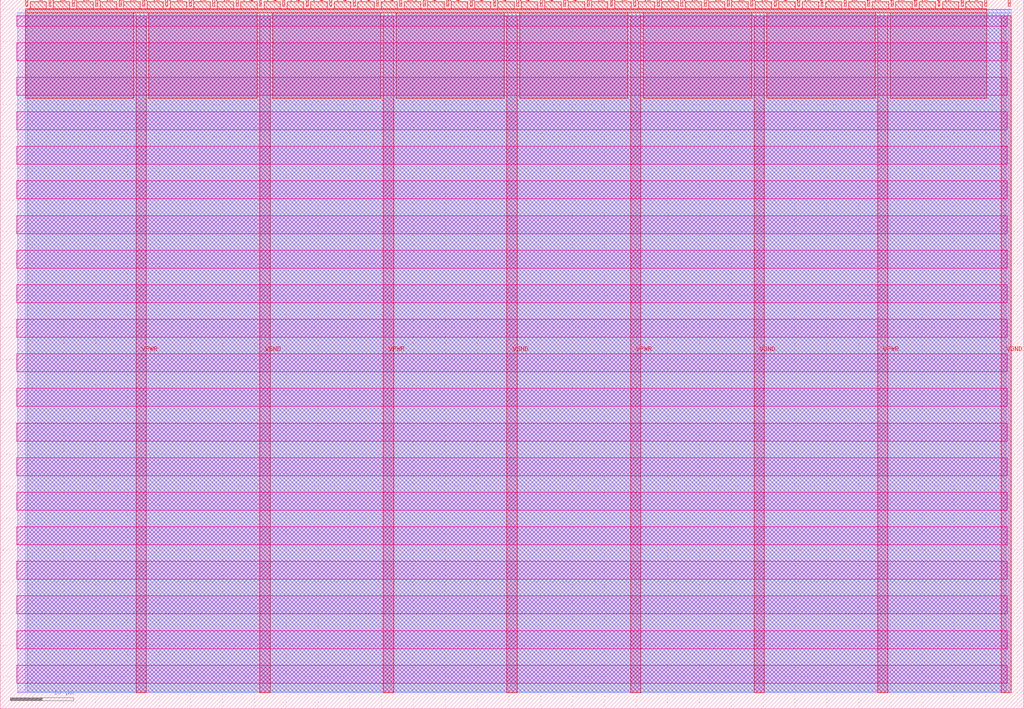
<source format=lef>
VERSION 5.7 ;
  NOWIREEXTENSIONATPIN ON ;
  DIVIDERCHAR "/" ;
  BUSBITCHARS "[]" ;
MACRO tt_um_wokwi_395179352683141121
  CLASS BLOCK ;
  FOREIGN tt_um_wokwi_395179352683141121 ;
  ORIGIN 0.000 0.000 ;
  SIZE 161.000 BY 111.520 ;
  PIN VGND
    DIRECTION INOUT ;
    USE GROUND ;
    PORT
      LAYER met4 ;
        RECT 40.830 2.480 42.430 109.040 ;
    END
    PORT
      LAYER met4 ;
        RECT 79.700 2.480 81.300 109.040 ;
    END
    PORT
      LAYER met4 ;
        RECT 118.570 2.480 120.170 109.040 ;
    END
    PORT
      LAYER met4 ;
        RECT 157.440 2.480 159.040 109.040 ;
    END
  END VGND
  PIN VPWR
    DIRECTION INOUT ;
    USE POWER ;
    PORT
      LAYER met4 ;
        RECT 21.395 2.480 22.995 109.040 ;
    END
    PORT
      LAYER met4 ;
        RECT 60.265 2.480 61.865 109.040 ;
    END
    PORT
      LAYER met4 ;
        RECT 99.135 2.480 100.735 109.040 ;
    END
    PORT
      LAYER met4 ;
        RECT 138.005 2.480 139.605 109.040 ;
    END
  END VPWR
  PIN clk
    DIRECTION INPUT ;
    USE SIGNAL ;
    ANTENNAGATEAREA 0.852000 ;
    PORT
      LAYER met4 ;
        RECT 154.870 110.520 155.170 111.520 ;
    END
  END clk
  PIN ena
    DIRECTION INPUT ;
    USE SIGNAL ;
    PORT
      LAYER met4 ;
        RECT 158.550 110.520 158.850 111.520 ;
    END
  END ena
  PIN rst_n
    DIRECTION INPUT ;
    USE SIGNAL ;
    ANTENNAGATEAREA 0.196500 ;
    PORT
      LAYER met4 ;
        RECT 151.190 110.520 151.490 111.520 ;
    END
  END rst_n
  PIN ui_in[0]
    DIRECTION INPUT ;
    USE SIGNAL ;
    ANTENNAGATEAREA 0.196500 ;
    PORT
      LAYER met4 ;
        RECT 147.510 110.520 147.810 111.520 ;
    END
  END ui_in[0]
  PIN ui_in[1]
    DIRECTION INPUT ;
    USE SIGNAL ;
    ANTENNAGATEAREA 0.196500 ;
    PORT
      LAYER met4 ;
        RECT 143.830 110.520 144.130 111.520 ;
    END
  END ui_in[1]
  PIN ui_in[2]
    DIRECTION INPUT ;
    USE SIGNAL ;
    ANTENNAGATEAREA 0.196500 ;
    PORT
      LAYER met4 ;
        RECT 140.150 110.520 140.450 111.520 ;
    END
  END ui_in[2]
  PIN ui_in[3]
    DIRECTION INPUT ;
    USE SIGNAL ;
    ANTENNAGATEAREA 0.196500 ;
    PORT
      LAYER met4 ;
        RECT 136.470 110.520 136.770 111.520 ;
    END
  END ui_in[3]
  PIN ui_in[4]
    DIRECTION INPUT ;
    USE SIGNAL ;
    ANTENNAGATEAREA 0.196500 ;
    PORT
      LAYER met4 ;
        RECT 132.790 110.520 133.090 111.520 ;
    END
  END ui_in[4]
  PIN ui_in[5]
    DIRECTION INPUT ;
    USE SIGNAL ;
    ANTENNAGATEAREA 0.196500 ;
    PORT
      LAYER met4 ;
        RECT 129.110 110.520 129.410 111.520 ;
    END
  END ui_in[5]
  PIN ui_in[6]
    DIRECTION INPUT ;
    USE SIGNAL ;
    PORT
      LAYER met4 ;
        RECT 125.430 110.520 125.730 111.520 ;
    END
  END ui_in[6]
  PIN ui_in[7]
    DIRECTION INPUT ;
    USE SIGNAL ;
    PORT
      LAYER met4 ;
        RECT 121.750 110.520 122.050 111.520 ;
    END
  END ui_in[7]
  PIN uio_in[0]
    DIRECTION INPUT ;
    USE SIGNAL ;
    PORT
      LAYER met4 ;
        RECT 118.070 110.520 118.370 111.520 ;
    END
  END uio_in[0]
  PIN uio_in[1]
    DIRECTION INPUT ;
    USE SIGNAL ;
    PORT
      LAYER met4 ;
        RECT 114.390 110.520 114.690 111.520 ;
    END
  END uio_in[1]
  PIN uio_in[2]
    DIRECTION INPUT ;
    USE SIGNAL ;
    PORT
      LAYER met4 ;
        RECT 110.710 110.520 111.010 111.520 ;
    END
  END uio_in[2]
  PIN uio_in[3]
    DIRECTION INPUT ;
    USE SIGNAL ;
    PORT
      LAYER met4 ;
        RECT 107.030 110.520 107.330 111.520 ;
    END
  END uio_in[3]
  PIN uio_in[4]
    DIRECTION INPUT ;
    USE SIGNAL ;
    PORT
      LAYER met4 ;
        RECT 103.350 110.520 103.650 111.520 ;
    END
  END uio_in[4]
  PIN uio_in[5]
    DIRECTION INPUT ;
    USE SIGNAL ;
    PORT
      LAYER met4 ;
        RECT 99.670 110.520 99.970 111.520 ;
    END
  END uio_in[5]
  PIN uio_in[6]
    DIRECTION INPUT ;
    USE SIGNAL ;
    PORT
      LAYER met4 ;
        RECT 95.990 110.520 96.290 111.520 ;
    END
  END uio_in[6]
  PIN uio_in[7]
    DIRECTION INPUT ;
    USE SIGNAL ;
    PORT
      LAYER met4 ;
        RECT 92.310 110.520 92.610 111.520 ;
    END
  END uio_in[7]
  PIN uio_oe[0]
    DIRECTION OUTPUT TRISTATE ;
    USE SIGNAL ;
    PORT
      LAYER met4 ;
        RECT 29.750 110.520 30.050 111.520 ;
    END
  END uio_oe[0]
  PIN uio_oe[1]
    DIRECTION OUTPUT TRISTATE ;
    USE SIGNAL ;
    PORT
      LAYER met4 ;
        RECT 26.070 110.520 26.370 111.520 ;
    END
  END uio_oe[1]
  PIN uio_oe[2]
    DIRECTION OUTPUT TRISTATE ;
    USE SIGNAL ;
    PORT
      LAYER met4 ;
        RECT 22.390 110.520 22.690 111.520 ;
    END
  END uio_oe[2]
  PIN uio_oe[3]
    DIRECTION OUTPUT TRISTATE ;
    USE SIGNAL ;
    PORT
      LAYER met4 ;
        RECT 18.710 110.520 19.010 111.520 ;
    END
  END uio_oe[3]
  PIN uio_oe[4]
    DIRECTION OUTPUT TRISTATE ;
    USE SIGNAL ;
    PORT
      LAYER met4 ;
        RECT 15.030 110.520 15.330 111.520 ;
    END
  END uio_oe[4]
  PIN uio_oe[5]
    DIRECTION OUTPUT TRISTATE ;
    USE SIGNAL ;
    PORT
      LAYER met4 ;
        RECT 11.350 110.520 11.650 111.520 ;
    END
  END uio_oe[5]
  PIN uio_oe[6]
    DIRECTION OUTPUT TRISTATE ;
    USE SIGNAL ;
    PORT
      LAYER met4 ;
        RECT 7.670 110.520 7.970 111.520 ;
    END
  END uio_oe[6]
  PIN uio_oe[7]
    DIRECTION OUTPUT TRISTATE ;
    USE SIGNAL ;
    PORT
      LAYER met4 ;
        RECT 3.990 110.520 4.290 111.520 ;
    END
  END uio_oe[7]
  PIN uio_out[0]
    DIRECTION OUTPUT TRISTATE ;
    USE SIGNAL ;
    PORT
      LAYER met4 ;
        RECT 59.190 110.520 59.490 111.520 ;
    END
  END uio_out[0]
  PIN uio_out[1]
    DIRECTION OUTPUT TRISTATE ;
    USE SIGNAL ;
    PORT
      LAYER met4 ;
        RECT 55.510 110.520 55.810 111.520 ;
    END
  END uio_out[1]
  PIN uio_out[2]
    DIRECTION OUTPUT TRISTATE ;
    USE SIGNAL ;
    PORT
      LAYER met4 ;
        RECT 51.830 110.520 52.130 111.520 ;
    END
  END uio_out[2]
  PIN uio_out[3]
    DIRECTION OUTPUT TRISTATE ;
    USE SIGNAL ;
    PORT
      LAYER met4 ;
        RECT 48.150 110.520 48.450 111.520 ;
    END
  END uio_out[3]
  PIN uio_out[4]
    DIRECTION OUTPUT TRISTATE ;
    USE SIGNAL ;
    PORT
      LAYER met4 ;
        RECT 44.470 110.520 44.770 111.520 ;
    END
  END uio_out[4]
  PIN uio_out[5]
    DIRECTION OUTPUT TRISTATE ;
    USE SIGNAL ;
    PORT
      LAYER met4 ;
        RECT 40.790 110.520 41.090 111.520 ;
    END
  END uio_out[5]
  PIN uio_out[6]
    DIRECTION OUTPUT TRISTATE ;
    USE SIGNAL ;
    PORT
      LAYER met4 ;
        RECT 37.110 110.520 37.410 111.520 ;
    END
  END uio_out[6]
  PIN uio_out[7]
    DIRECTION OUTPUT TRISTATE ;
    USE SIGNAL ;
    PORT
      LAYER met4 ;
        RECT 33.430 110.520 33.730 111.520 ;
    END
  END uio_out[7]
  PIN uo_out[0]
    DIRECTION OUTPUT TRISTATE ;
    USE SIGNAL ;
    ANTENNADIFFAREA 0.445500 ;
    PORT
      LAYER met4 ;
        RECT 88.630 110.520 88.930 111.520 ;
    END
  END uo_out[0]
  PIN uo_out[1]
    DIRECTION OUTPUT TRISTATE ;
    USE SIGNAL ;
    ANTENNADIFFAREA 0.445500 ;
    PORT
      LAYER met4 ;
        RECT 84.950 110.520 85.250 111.520 ;
    END
  END uo_out[1]
  PIN uo_out[2]
    DIRECTION OUTPUT TRISTATE ;
    USE SIGNAL ;
    ANTENNADIFFAREA 0.795200 ;
    PORT
      LAYER met4 ;
        RECT 81.270 110.520 81.570 111.520 ;
    END
  END uo_out[2]
  PIN uo_out[3]
    DIRECTION OUTPUT TRISTATE ;
    USE SIGNAL ;
    ANTENNADIFFAREA 0.445500 ;
    PORT
      LAYER met4 ;
        RECT 77.590 110.520 77.890 111.520 ;
    END
  END uo_out[3]
  PIN uo_out[4]
    DIRECTION OUTPUT TRISTATE ;
    USE SIGNAL ;
    ANTENNADIFFAREA 0.445500 ;
    PORT
      LAYER met4 ;
        RECT 73.910 110.520 74.210 111.520 ;
    END
  END uo_out[4]
  PIN uo_out[5]
    DIRECTION OUTPUT TRISTATE ;
    USE SIGNAL ;
    ANTENNADIFFAREA 0.795200 ;
    PORT
      LAYER met4 ;
        RECT 70.230 110.520 70.530 111.520 ;
    END
  END uo_out[5]
  PIN uo_out[6]
    DIRECTION OUTPUT TRISTATE ;
    USE SIGNAL ;
    PORT
      LAYER met4 ;
        RECT 66.550 110.520 66.850 111.520 ;
    END
  END uo_out[6]
  PIN uo_out[7]
    DIRECTION OUTPUT TRISTATE ;
    USE SIGNAL ;
    PORT
      LAYER met4 ;
        RECT 62.870 110.520 63.170 111.520 ;
    END
  END uo_out[7]
  OBS
      LAYER nwell ;
        RECT 2.570 107.385 158.430 108.990 ;
        RECT 2.570 101.945 158.430 104.775 ;
        RECT 2.570 96.505 158.430 99.335 ;
        RECT 2.570 91.065 158.430 93.895 ;
        RECT 2.570 85.625 158.430 88.455 ;
        RECT 2.570 80.185 158.430 83.015 ;
        RECT 2.570 74.745 158.430 77.575 ;
        RECT 2.570 69.305 158.430 72.135 ;
        RECT 2.570 63.865 158.430 66.695 ;
        RECT 2.570 58.425 158.430 61.255 ;
        RECT 2.570 52.985 158.430 55.815 ;
        RECT 2.570 47.545 158.430 50.375 ;
        RECT 2.570 42.105 158.430 44.935 ;
        RECT 2.570 36.665 158.430 39.495 ;
        RECT 2.570 31.225 158.430 34.055 ;
        RECT 2.570 25.785 158.430 28.615 ;
        RECT 2.570 20.345 158.430 23.175 ;
        RECT 2.570 14.905 158.430 17.735 ;
        RECT 2.570 9.465 158.430 12.295 ;
        RECT 2.570 4.025 158.430 6.855 ;
      LAYER li1 ;
        RECT 2.760 2.635 158.240 108.885 ;
      LAYER met1 ;
        RECT 2.760 2.480 159.040 109.440 ;
      LAYER met2 ;
        RECT 4.230 2.535 159.010 110.005 ;
      LAYER met3 ;
        RECT 3.950 2.555 159.030 109.985 ;
      LAYER met4 ;
        RECT 4.690 110.120 7.270 111.170 ;
        RECT 8.370 110.120 10.950 111.170 ;
        RECT 12.050 110.120 14.630 111.170 ;
        RECT 15.730 110.120 18.310 111.170 ;
        RECT 19.410 110.120 21.990 111.170 ;
        RECT 23.090 110.120 25.670 111.170 ;
        RECT 26.770 110.120 29.350 111.170 ;
        RECT 30.450 110.120 33.030 111.170 ;
        RECT 34.130 110.120 36.710 111.170 ;
        RECT 37.810 110.120 40.390 111.170 ;
        RECT 41.490 110.120 44.070 111.170 ;
        RECT 45.170 110.120 47.750 111.170 ;
        RECT 48.850 110.120 51.430 111.170 ;
        RECT 52.530 110.120 55.110 111.170 ;
        RECT 56.210 110.120 58.790 111.170 ;
        RECT 59.890 110.120 62.470 111.170 ;
        RECT 63.570 110.120 66.150 111.170 ;
        RECT 67.250 110.120 69.830 111.170 ;
        RECT 70.930 110.120 73.510 111.170 ;
        RECT 74.610 110.120 77.190 111.170 ;
        RECT 78.290 110.120 80.870 111.170 ;
        RECT 81.970 110.120 84.550 111.170 ;
        RECT 85.650 110.120 88.230 111.170 ;
        RECT 89.330 110.120 91.910 111.170 ;
        RECT 93.010 110.120 95.590 111.170 ;
        RECT 96.690 110.120 99.270 111.170 ;
        RECT 100.370 110.120 102.950 111.170 ;
        RECT 104.050 110.120 106.630 111.170 ;
        RECT 107.730 110.120 110.310 111.170 ;
        RECT 111.410 110.120 113.990 111.170 ;
        RECT 115.090 110.120 117.670 111.170 ;
        RECT 118.770 110.120 121.350 111.170 ;
        RECT 122.450 110.120 125.030 111.170 ;
        RECT 126.130 110.120 128.710 111.170 ;
        RECT 129.810 110.120 132.390 111.170 ;
        RECT 133.490 110.120 136.070 111.170 ;
        RECT 137.170 110.120 139.750 111.170 ;
        RECT 140.850 110.120 143.430 111.170 ;
        RECT 144.530 110.120 147.110 111.170 ;
        RECT 148.210 110.120 150.790 111.170 ;
        RECT 151.890 110.120 154.470 111.170 ;
        RECT 3.975 109.440 155.170 110.120 ;
        RECT 3.975 96.055 20.995 109.440 ;
        RECT 23.395 96.055 40.430 109.440 ;
        RECT 42.830 96.055 59.865 109.440 ;
        RECT 62.265 96.055 79.300 109.440 ;
        RECT 81.700 96.055 98.735 109.440 ;
        RECT 101.135 96.055 118.170 109.440 ;
        RECT 120.570 96.055 137.605 109.440 ;
        RECT 140.005 96.055 155.170 109.440 ;
  END
END tt_um_wokwi_395179352683141121
END LIBRARY


</source>
